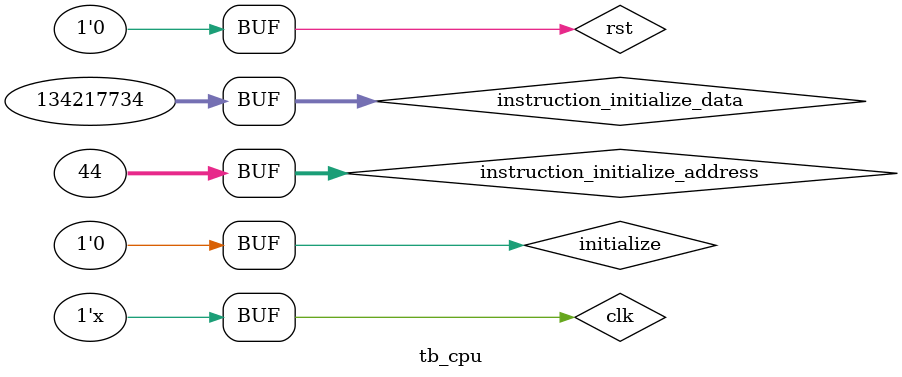
<source format=v>
`timescale 1ns / 1ns


module tb_cpu;

	// Inputs
	reg rst;
	reg clk;
	reg initialize;
	reg [31:0] instruction_initialize_data;
	reg [31:0] instruction_initialize_address;

	// Instantiate the Unit Under Test (UUT)
	cpu uut (
		.rst(rst), 
		.clk(clk), 
		.initialize(initialize), 
		.instruction_initialize_data(instruction_initialize_data), 
		.instruction_initialize_address(instruction_initialize_address)
	);

	initial begin
		// Initialize Inputs
		rst = 1;
		clk = 0;
		initialize = 1;
		instruction_initialize_data = 0;
		instruction_initialize_address = 0;

		#100;
      
        
		instruction_initialize_address = 0;
		instruction_initialize_data = 32'b000000_00000_00010_00001_00000_10_0000;      // ADD R1, R0, R2
		#20;
		instruction_initialize_address = 4;
		instruction_initialize_data = 32'b000000_00100_00100_01000_00000_10_0010;      // SUB R8, R4, $4
		#20;
		instruction_initialize_address = 8;
		instruction_initialize_data = 32'b000000_00101_00110_00111_00000_10_0101;      // OR R5, R6, R7
		#20;
		instruction_initialize_address = 12;
		instruction_initialize_data = 32'b101011_00000_01001_00000_00000_00_1100;      // SW R9, 12(R0)
		#20;
		instruction_initialize_address = 16;
		instruction_initialize_data = 32'b100011_00000_01100_00000_00000_00_1100;      // LW R12, 12(R0)
		#20
        instruction_initialize_address = 20;
        instruction_initialize_data = 32'b000100_00000_00000_00000_00000_00_0000;
		// instruction_initialize_data = 32'b000100_00000_00000_11111_11111_11_1111;      // BEQ R0, R0, -1
		#20;
		
		
		// NEW STUFF
		instruction_initialize_address = 24;
	    instruction_initialize_data = 32'b001000_00110_00110_00000_00000_00_1010;      // ADDI R6, R6, 10 
		#20;
		instruction_initialize_address = 28;
        instruction_initialize_data = 32'b000000_11111_10000_11111_00000_10_1010;      // SLT R31, R31, R16 
		#20;
		instruction_initialize_address = 32;
	    instruction_initialize_data = 32'b001111_00000_00000_00000_00000_00_0001;      // LUI R0, 1 
		#20;
	    instruction_initialize_address = 36;
		instruction_initialize_data = 32'b000011_00000_00001_00000_00000_00_0001;      // BNE R0, R1, 1     
        #20
        instruction_initialize_address = 40;
		instruction_initialize_data = 32'b000010_00000_00000_00000_00000_00_0110;      // J 6
		#20;
        instruction_initialize_address = 44;
		instruction_initialize_data = 32'b000010_00000_00000_00000_00000_00_0110;      // J 6
		#20;
		
		initialize = 0;
		rst = 0;
		
	end
      
always
#5 clk = ~clk;
endmodule


</source>
